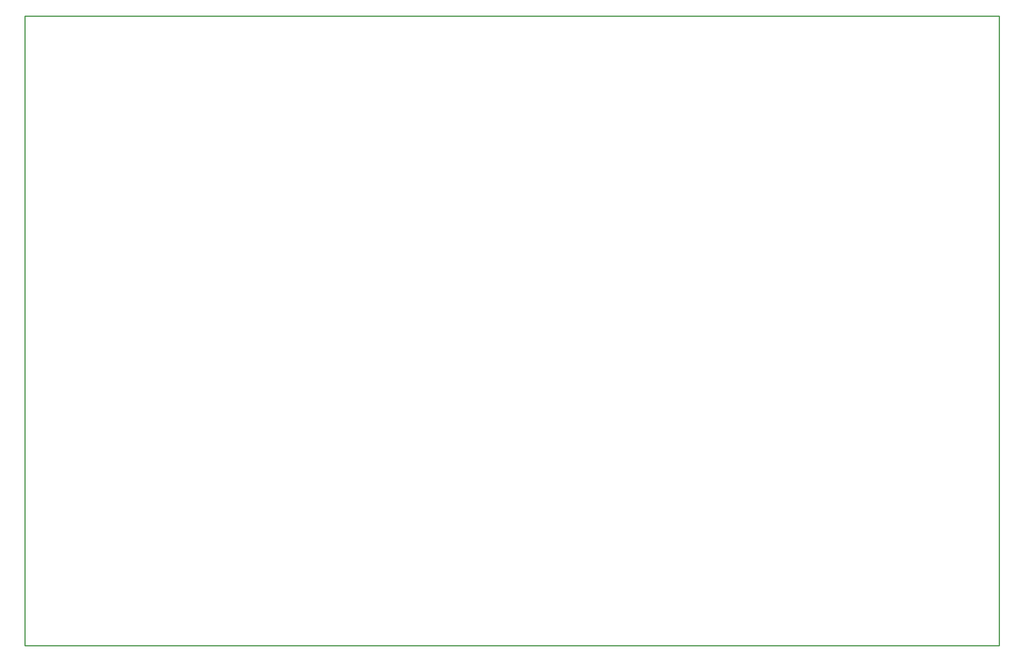
<source format=gbr>
G04 start of page 6 for group 4 idx 6 *
G04 Title: 24SSR-DC, outline *
G04 Creator: pcb 20110918 *
G04 CreationDate: 五 12/20 18:00:37 2013 UTC *
G04 For: steve *
G04 Format: Gerber/RS-274X *
G04 PCB-Dimensions: 850000 550000 *
G04 PCB-Coordinate-Origin: lower left *
%MOIN*%
%FSLAX25Y25*%
%LNOUTLINE*%
%ADD152C,0.0100*%
G54D152*X0Y550000D02*Y0D01*
Y550000D02*X850000D01*
X0Y0D02*X850000D01*
Y550000D02*Y0D01*
M02*

</source>
